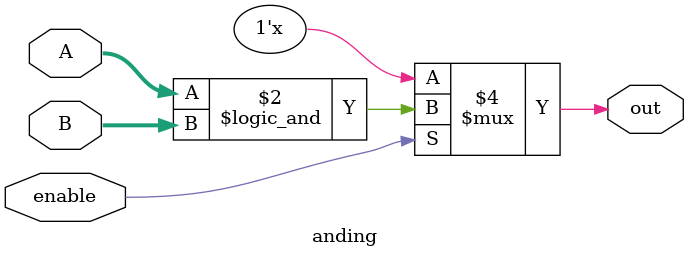
<source format=v>
`timescale 1ns / 1ps


module anding (input enable, output reg out, input [3:0] A, B);
always@(enable, A,B)
begin
    out = 1'bx;
    if (enable)
    out = A&&B;
end
endmodule
</source>
